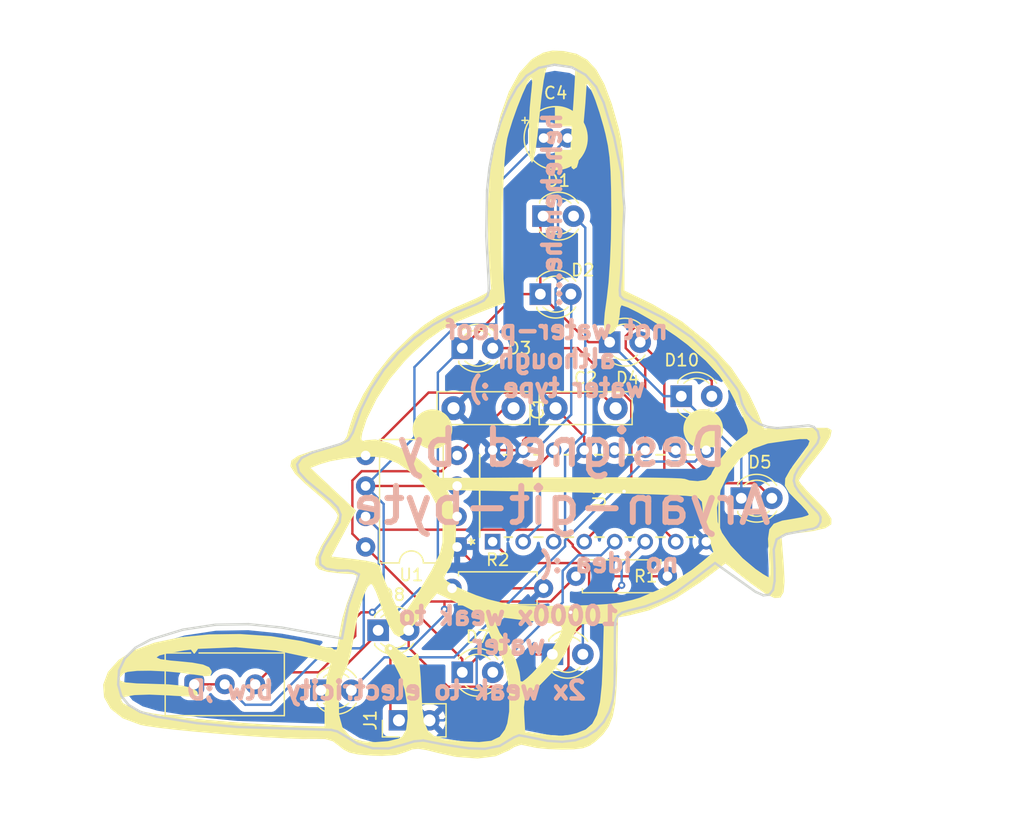
<source format=kicad_pcb>
(kicad_pcb (version 20241229) (generator "pcbnew") (generator_version "9.0")
  (layers (0 "F.Cu" signal) (2 "B.Cu" signal) (13 "F.Paste" user) (15 "B.Paste" user) (5 "F.SilkS" user "F.Silkscreen") (7 "B.SilkS" user "B.Silkscreen") (1 "F.Mask" user) (3 "B.Mask" user) (25 "Edge.Cuts" user))
  (net 0 "")
  (net 1 "GND")
  (net 2 "+5V")
  (net 3 "Net-(U1-CONT)")
  (net 4 "TR")
  (net 5 "Net-(D1-K)")
  (net 6 "Net-(D1-A)")
  (net 7 "Net-(D2-A)")
  (net 8 "Net-(D3-A)")
  (net 9 "Net-(D4-A)")
  (net 10 "Net-(D5-A)")
  (net 11 "Net-(D6-A)")
  (net 12 "Net-(D7-A)")
  (net 13 "Net-(D8-A)")
  (net 14 "Net-(D9-A)")
  (net 15 "Net-(D10-A)")
  (net 16 "Net-(U1-DISCH)")
  (net 17 "OUT")
  (footprint "Capacitor_THT:C_Disc_D7.5mm_W2.5mm_P5.00mm" (layer "F.Cu") (at 164.5 82.5)
    (property "Reference" "C2" (at 2.5 -2.5 0) (layer "F.SilkS"))
    (property "Value" "0.01 uF")
    (pad "1" thru_hole circle (at 0 0) (size 2 2) (drill 1) (layers "*.Cu" "*.Mask") (net 1 "GND"))
    (pad "2" thru_hole circle (at 5 0) (size 2 2) (drill 1) (layers "*.Cu" "*.Mask") (net 3 "Net-(U1-CONT)"))
  )
  (footprint "LOGO" (layer "F.Cu") (at 157 82.5)
    (property "Reference" "G***" (hide yes))
    (property "Value" "LOGO" (hide yes))
  )
  (footprint "LED_THT:LED_D3.0mm" (layer "F.Cu") (at 163.23 73)
    (property "Reference" "D2" (at 3.54 -2 0) (layer "F.SilkS"))
    (property "Value" "LED")
    (pad "1" thru_hole rect (at 0 0) (size 1.8 1.8) (drill 0.9) (layers "*.Cu" "*.Mask") (net 5 "Net-(D1-K)"))
    (pad "2" thru_hole circle (at 2.54 0) (size 1.8 1.8) (drill 0.9) (layers "*.Cu" "*.Mask") (net 7 "Net-(D2-A)"))
  )
  (footprint "Capacitor_THT:C_Disc_D7.5mm_W2.5mm_P5.00mm" (layer "F.Cu") (at 161 82.5 180)
    (property "Reference" "C1" (at -2 0 90) (layer "F.SilkS"))
    (property "Value" "100 nF")
    (pad "1" thru_hole circle (at 0 0 180) (size 2 2) (drill 1) (layers "*.Cu" "*.Mask") (net 2 "+5V"))
    (pad "2" thru_hole circle (at 5 0 180) (size 2 2) (drill 1) (layers "*.Cu" "*.Mask") (net 1 "GND"))
  )
  (footprint "footprints:N16" (layer "F.Cu") (at 159.26 93.62 90)
    (property "Reference" "U2" (at 3.81 8.89 90) (layer "F.SilkS"))
    (property "Value" "4017")
    (fp_text user "*" (at 0 -1.4097 90) (layer "F.SilkS"))
    (fp_text user "*" (at 0 -1.4097 90) (layer "F.SilkS"))
    (pad "1" thru_hole rect (at 0 0 90) (size 1.2954 1.2954) (drill 0.7874) (layers "*.Cu" "*.Mask") (net 11 "Net-(D6-A)"))
    (pad "2" thru_hole circle (at 0 2.54 90) (size 1.2954 1.2954) (drill 0.7874) (layers "*.Cu" "*.Mask") (net 7 "Net-(D2-A)"))
    (pad "3" thru_hole circle (at 0 5.08 90) (size 1.2954 1.2954) (drill 0.7874) (layers "*.Cu" "*.Mask") (net 6 "Net-(D1-A)"))
    (pad "4" thru_hole circle (at 0 7.62 90) (size 1.2954 1.2954) (drill 0.7874) (layers "*.Cu" "*.Mask") (net 8 "Net-(D3-A)"))
    (pad "5" thru_hole circle (at 0 10.16 90) (size 1.2954 1.2954) (drill 0.7874) (layers "*.Cu" "*.Mask") (net 12 "Net-(D7-A)"))
    (pad "6" thru_hole circle (at 0 12.7 90) (size 1.2954 1.2954) (drill 0.7874) (layers "*.Cu" "*.Mask") (net 13 "Net-(D8-A)"))
    (pad "7" thru_hole circle (at 0 15.24 90) (size 1.2954 1.2954) (drill 0.7874) (layers "*.Cu" "*.Mask") (net 9 "Net-(D4-A)"))
    (pad "8" thru_hole circle (at 0 17.78 90) (size 1.2954 1.2954) (drill 0.7874) (layers "*.Cu" "*.Mask") (net 1 "GND"))
    (pad "9" thru_hole circle (at 7.62 17.78 90) (size 1.2954 1.2954) (drill 0.7874) (layers "*.Cu" "*.Mask") (net 14 "Net-(D9-A)"))
    (pad "10" thru_hole circle (at 7.62 15.24 90) (size 1.2954 1.2954) (drill 0.7874) (layers "*.Cu" "*.Mask") (net 10 "Net-(D5-A)"))
    (pad "11" thru_hole circle (at 7.62 12.7 90) (size 1.2954 1.2954) (drill 0.7874) (layers "*.Cu" "*.Mask") (net 15 "Net-(D10-A)"))
    (pad "12" thru_hole circle (at 7.62 10.16 90) (size 1.2954 1.2954) (drill 0.7874) (layers "*.Cu" "*.Mask"))
    (pad "13" thru_hole circle (at 7.62 7.62 90) (size 1.2954 1.2954) (drill 0.7874) (layers "*.Cu" "*.Mask") (net 1 "GND"))
    (pad "14" thru_hole circle (at 7.62 5.08 90) (size 1.2954 1.2954) (drill 0.7874) (layers "*.Cu" "*.Mask") (net 17 "OUT"))
    (pad "15" thru_hole circle (at 7.62 2.54 90) (size 1.2954 1.2954) (drill 0.7874) (layers "*.Cu" "*.Mask") (net 1 "GND"))
    (pad "16" thru_hole circle (at 7.62 0 90) (size 1.2954 1.2954) (drill 0.7874) (layers "*.Cu" "*.Mask") (net 1 "GND"))
  )
  (footprint "LED_THT:LED_D3.0mm" (layer "F.Cu") (at 144.96 106)
    (property "Reference" "D9" (at 1.27 -2.96 0) (layer "F.SilkS"))
    (property "Value" "LED")
    (pad "1" thru_hole rect (at 0 0) (size 1.8 1.8) (drill 0.9) (layers "*.Cu" "*.Mask") (net 5 "Net-(D1-K)"))
    (pad "2" thru_hole circle (at 2.54 0) (size 1.8 1.8) (drill 0.9) (layers "*.Cu" "*.Mask") (net 14 "Net-(D9-A)"))
  )
  (footprint "LED_THT:LED_D3.0mm" (layer "F.Cu") (at 163.46 66.5)
    (property "Reference" "D1" (at 1.27 -2.96 0) (layer "F.SilkS"))
    (property "Value" "LED")
    (pad "1" thru_hole rect (at 0 0) (size 1.8 1.8) (drill 0.9) (layers "*.Cu" "*.Mask") (net 5 "Net-(D1-K)"))
    (pad "2" thru_hole circle (at 2.54 0) (size 1.8 1.8) (drill 0.9) (layers "*.Cu" "*.Mask") (net 6 "Net-(D1-A)"))
  )
  (footprint "Resistor_THT:R_Axial_DIN0207_L6.3mm_D2.5mm_P7.62mm_Horizontal" (layer "F.Cu") (at 173.81 96.5 180)
    (property "Reference" "R1" (at 1.81 0 0) (layer "F.SilkS"))
    (property "Value" "1k")
    (pad "1" thru_hole circle (at 0 0 180) (size 1.6 1.6) (drill 0.8) (layers "*.Cu" "*.Mask") (net 16 "Net-(U1-DISCH)"))
    (pad "2" thru_hole circle (at 7.62 0 180) (size 1.6 1.6) (drill 0.8) (layers "*.Cu" "*.Mask") (net 2 "+5V"))
  )
  (footprint "LED_THT:LED_D3.0mm" (layer "F.Cu") (at 164.23 103)
    (property "Reference" "D6" (at 1.27 -2.96 0) (layer "F.SilkS"))
    (property "Value" "LED")
    (pad "1" thru_hole rect (at 0 0) (size 1.8 1.8) (drill 0.9) (layers "*.Cu" "*.Mask") (net 5 "Net-(D1-K)"))
    (pad "2" thru_hole circle (at 2.54 0) (size 1.8 1.8) (drill 0.9) (layers "*.Cu" "*.Mask") (net 11 "Net-(D6-A)"))
  )
  (footprint "LED_THT:LED_D3.0mm" (layer "F.Cu") (at 179.96 90)
    (property "Reference" "D5" (at 1.54 -3 0) (layer "F.SilkS"))
    (property "Value" "LED")
    (pad "1" thru_hole rect (at 0 0) (size 1.8 1.8) (drill 0.9) (layers "*.Cu" "*.Mask") (net 5 "Net-(D1-K)"))
    (pad "2" thru_hole circle (at 2.54 0) (size 1.8 1.8) (drill 0.9) (layers "*.Cu" "*.Mask") (net 10 "Net-(D5-A)"))
  )
  (footprint "Potentiometer_THT:Potentiometer_Vishay_T93YA_Vertical" (layer "F.Cu") (at 134.42 105.5)
    (property "Reference" "RV1" (hide yes))
    (property "Value" "R_Potentiometer" (hide yes))
    (pad "1" thru_hole roundrect (at 0 0) (size 1.65 1.65) (drill 0.85) (layers "*.Cu" "*.Mask") (net 16 "Net-(U1-DISCH)"))
    (pad "2" thru_hole circle (at 2.54 0) (size 1.65 1.65) (drill 0.85) (layers "*.Cu" "*.Mask") (net 16 "Net-(U1-DISCH)"))
    (pad "3" thru_hole circle (at 5.08 0) (size 1.65 1.65) (drill 0.85) (layers "*.Cu" "*.Mask") (net 4 "TR"))
  )
  (footprint "LED_THT:LED_D3.0mm" (layer "F.Cu") (at 174.96 81.5)
    (property "Reference" "D10" (at 0.04 -3 0) (layer "F.SilkS"))
    (property "Value" "LED" (hide yes))
    (pad "1" thru_hole rect (at 0 0) (size 1.8 1.8) (drill 0.9) (layers "*.Cu" "*.Mask") (net 5 "Net-(D1-K)"))
    (pad "2" thru_hole circle (at 2.54 0) (size 1.8 1.8) (drill 0.9) (layers "*.Cu" "*.Mask") (net 15 "Net-(D10-A)"))
  )
  (footprint "Connector_PinHeader_2.54mm:PinHeader_1x02_P2.54mm_Vertical" (layer "F.Cu") (at 151.46 108.5 90)
    (property "Reference" "J1" (at 0 -2.38 90) (layer "F.SilkS"))
    (property "Value" "Conn_01x02" (hide yes))
    (pad "1" thru_hole rect (at 0 0 90) (size 1.7 1.7) (drill 1) (layers "*.Cu" "*.Mask") (net 2 "+5V"))
    (pad "2" thru_hole circle (at 0 2.54 90) (size 1.7 1.7) (drill 1) (layers "*.Cu" "*.Mask") (net 1 "GND"))
  )
  (footprint "LED_THT:LED_D3.0mm" (layer "F.Cu") (at 156.73 77.5)
    (property "Reference" "D3" (at 4.77 0 0) (layer "F.SilkS"))
    (property "Value" "LED" (hide yes))
    (pad "1" thru_hole rect (at 0 0) (size 1.8 1.8) (drill 0.9) (layers "*.Cu" "*.Mask") (net 5 "Net-(D1-K)"))
    (pad "2" thru_hole circle (at 2.54 0) (size 1.8 1.8) (drill 0.9) (layers "*.Cu" "*.Mask") (net 8 "Net-(D3-A)"))
  )
  (footprint "Resistor_THT:R_Axial_DIN0207_L6.3mm_D2.5mm_P7.62mm_Horizontal" (layer "F.Cu") (at 155.88 97.5)
    (property "Reference" "R2" (at 3.81 -2.37 0) (layer "F.SilkS"))
    (property "Value" "470 ohms")
    (pad "1" thru_hole circle (at 0 0) (size 1.6 1.6) (drill 0.8) (layers "*.Cu" "*.Mask") (net 5 "Net-(D1-K)"))
    (pad "2" thru_hole circle (at 7.62 0) (size 1.6 1.6) (drill 0.8) (layers "*.Cu" "*.Mask") (net 1 "GND"))
  )
  (footprint "LED_THT:LED_D3.0mm" (layer "F.Cu") (at 169 77)
    (property "Reference" "D4" (at 1.5 3 0) (layer "F.SilkS"))
    (property "Value" "LED" (hide yes))
    (pad "1" thru_hole rect (at 0 0) (size 1.8 1.8) (drill 0.9) (layers "*.Cu" "*.Mask") (net 5 "Net-(D1-K)"))
    (pad "2" thru_hole circle (at 2.54 0) (size 1.8 1.8) (drill 0.9) (layers "*.Cu" "*.Mask") (net 9 "Net-(D4-A)"))
  )
  (footprint "LED_THT:LED_D3.0mm" (layer "F.Cu") (at 149.73 101)
    (property "Reference" "D8" (at 1.27 -2.96 0) (layer "F.SilkS"))
    (property "Value" "LED" (hide yes))
    (pad "1" thru_hole rect (at 0 0) (size 1.8 1.8) (drill 0.9) (layers "*.Cu" "*.Mask") (net 5 "Net-(D1-K)"))
    (pad "2" thru_hole circle (at 2.54 0) (size 1.8 1.8) (drill 0.9) (layers "*.Cu" "*.Mask") (net 13 "Net-(D8-A)"))
  )
  (footprint "LED_THT:LED_D3.0mm" (layer "F.Cu") (at 156.73 104.5)
    (property "Reference" "D7" (at 1.27 -2.96 0) (layer "F.SilkS"))
    (property "Value" "LED")
    (pad "1" thru_hole rect (at 0 0) (size 1.8 1.8) (drill 0.9) (layers "*.Cu" "*.Mask") (net 5 "Net-(D1-K)"))
    (pad "2" thru_hole circle (at 2.54 0) (size 1.8 1.8) (drill 0.9) (layers "*.Cu" "*.Mask") (net 12 "Net-(D7-A)"))
  )
  (footprint "Package_DIP:DIP-8_W7.62mm" (layer "F.Cu") (at 156.305 94.06 180)
    (property "Reference" "U1" (at 3.81 -2.33 0) (layer "F.SilkS"))
    (property "Value" "NE555P")
    (pad "1" thru_hole roundrect (at 0 0 180) (size 1.6 1.6) (drill 0.8) (layers "*.Cu" "*.Mask") (roundrect_rratio 0.15625) (net 1 "GND"))
    (pad "2" thru_hole circle (at 0 2.54 180) (size 1.6 1.6) (drill 0.8) (layers "*.Cu" "*.Mask") (net 4 "TR"))
    (pad "3" thru_hole circle (at 0 5.08 180) (size 1.6 1.6) (drill 0.8) (layers "*.Cu" "*.Mask") (net 17 "OUT"))
    (pad "4" thru_hole circle (at 0 7.62 180) (size 1.6 1.6) (drill 0.8) (layers "*.Cu" "*.Mask") (net 2 "+5V"))
    (pad "5" thru_hole circle (at 7.62 7.62 180) (size 1.6 1.6) (drill 0.8) (layers "*.Cu" "*.Mask") (net 3 "Net-(U1-CONT)"))
    (pad "6" thru_hole circle (at 7.62 5.08 180) (size 1.6 1.6) (drill 0.8) (layers "*.Cu" "*.Mask") (net 4 "TR"))
    (pad "7" thru_hole circle (at 7.62 2.54 180) (size 1.6 1.6) (drill 0.8) (layers "*.Cu" "*.Mask") (net 16 "Net-(U1-DISCH)"))
    (pad "8" thru_hole circle (at 7.62 0 180) (size 1.6 1.6) (drill 0.8) (layers "*.Cu" "*.Mask") (net 2 "+5V"))
  )
  (footprint "Capacitor_THT:CP_Radial_D5.0mm_P2.00mm" (layer "F.Cu") (at 163.5 60)
    (property "Reference" "C4" (at 1 -3.75 0) (layer "F.SilkS"))
    (property "Value" "1 uF")
    (pad "1" thru_hole roundrect (at 0 0) (size 1.6 1.6) (drill 0.8) (layers "*.Cu" "*.Mask") (roundrect_rratio 0.15625) (net 4 "TR"))
    (pad "2" thru_hole circle (at 2 0) (size 1.6 1.6) (drill 0.8) (layers "*.Cu" "*.Mask") (net 1 "GND"))
  )
  (gr_circle (center 154.25 84.25) (end 155.25 85.5) (stroke (width 0.1)) (fill yes) (layer "F.SilkS"))
  (gr_circle (center 176.789831 84.228309) (end 177.789831 85.478309) (stroke (width 0.1)) (fill yes) (layer "F.SilkS"))
  (gr_line (start 159.883418 58.76103) (end 160.623571 56.939346) (stroke (width 0.2)) (layer "Edge.Cuts"))
  (gr_line (start 129.535922 102.443271) (end 130.808583 101.764409) (stroke (width 0.2)) (layer "Edge.Cuts"))
  (gr_line (start 149.275446 110.827881) (end 148.000197 110.447953) (stroke (width 0.2)) (layer "Edge.Cuts"))
  (gr_line (start 186.559936 91.582479) (end 186.545195 91.962602) (stroke (width 0.2)) (layer "Edge.Cuts"))
  (gr_line (start 168.501514 108.642432) (end 167.864238 109.332408) (stroke (width 0.2)) (layer "Edge.Cuts"))
  (gr_line (start 184.40187 88.098716) (end 184.330288 88.539754) (stroke (width 0.2)) (layer "Edge.Cuts"))
  (gr_line (start 166.132812 110.160043) (end 165.053552 110.285495) (stroke (width 0.2)) (layer "Edge.Cuts"))
  (gr_line (start 185.907279 90.747036) (end 186.409149 91.271542) (stroke (width 0.2)) (layer "Edge.Cuts"))
  (gr_line (start 157.909871 73.843458) (end 158.528515 73.52977) (stroke (width 0.2)) (layer "Edge.Cuts"))
  (gr_line (start 156.039793 74.607319) (end 157.909871 73.843458) (stroke (width 0.2)) (layer "Edge.Cuts"))
  (gr_line (start 169.373738 59.929678) (end 169.969186 62.847911) (stroke (width 0.2)) (layer "Edge.Cuts"))
  (gr_line (start 138.002992 109.054709) (end 134.62353 108.733837) (stroke (width 0.2)) (layer "Edge.Cuts"))
  (gr_line (start 131.262684 108.192635) (end 129.918801 107.796935) (stroke (width 0.2)) (layer "Edge.Cuts"))
  (gr_line (start 169.839114 72.649932) (end 169.871252 73.129801) (stroke (width 0.2)) (layer "Edge.Cuts"))
  (gr_line (start 148.311232 82.611666) (end 149.171664 80.865103) (stroke (width 0.2)) (layer "Edge.Cuts"))
  (gr_line (start 128.080232 105.521952) (end 128.159346 104.355373) (stroke (width 0.2)) (layer "Edge.Cuts"))
  (gr_line (start 141.715547 100.775764) (end 146.723623 101.678336) (stroke (width 0.2)) (layer "Edge.Cuts"))
  (gr_line (start 129.918801 107.796935) (end 128.955925 107.223571) (stroke (width 0.2)) (layer "Edge.Cuts"))
  (gr_line (start 159.350291 60.60632) (end 159.883418 58.76103) (stroke (width 0.2)) (layer "Edge.Cuts"))
  (gr_line (start 161.459434 109.746689) (end 161.03982 109.90888) (stroke (width 0.2)) (layer "Edge.Cuts"))
  (gr_line (start 186.442272 84.954778) (end 186.297164 85.400326) (stroke (width 0.2)) (layer "Edge.Cuts"))
  (gr_line (start 169.871252 73.129801) (end 170.141388 73.407914) (stroke (width 0.2)) (layer "Edge.Cuts"))
  (gr_line (start 170.055209 99.511626) (end 169.691059 99.783676) (stroke (width 0.2)) (layer "Edge.Cuts"))
  (gr_line (start 157.280706 110.82816) (end 155.904541 110.627508) (stroke (width 0.2)) (layer "Edge.Cuts"))
  (gr_line (start 185.563601 83.932058) (end 185.99287 84.062757) (stroke (width 0.2)) (layer "Edge.Cuts"))
  (gr_line (start 179.764162 81.167974) (end 180.025216 82.12547) (stroke (width 0.2)) (layer "Edge.Cuts"))
  (gr_line (start 186.018386 92.521573) (end 185.243908 92.672704) (stroke (width 0.2)) (layer "Edge.Cuts"))
  (gr_line (start 128.159346 104.355373) (end 128.648709 103.318036) (stroke (width 0.2)) (layer "Edge.Cuts"))
  (gr_line (start 161.904341 109.821809) (end 161.459434 109.746689) (stroke (width 0.2)) (layer "Edge.Cuts"))
  (gr_line (start 183.68154 92.989261) (end 182.89945 93.423857) (stroke (width 0.2)) (layer "Edge.Cuts"))
  (gr_line (start 149.171664 80.865103) (end 150.20635 79.284934) (stroke (width 0.2)) (layer "Edge.Cuts"))
  (gr_line (start 170.141388 73.407914) (end 170.937132 73.712251) (stroke (width 0.2)) (layer "Edge.Cuts"))
  (gr_line (start 144.797154 109.265662) (end 138.002992 109.054709) (stroke (width 0.2)) (layer "Edge.Cuts"))
  (gr_line (start 163.841854 110.210564) (end 161.904341 109.821809) (stroke (width 0.2)) (layer "Edge.Cuts"))
  (gr_line (start 182.730983 95.834764) (end 182.73483 96.892466) (stroke (width 0.2)) (layer "Edge.Cuts"))
  (gr_line (start 184.655919 84.028434) (end 185.563601 83.932058) (stroke (width 0.2)) (layer "Edge.Cuts"))
  (gr_line (start 177.770573 95.398103) (end 175.792639 96.91277) (stroke (width 0.2)) (layer "Edge.Cuts"))
  (gr_line (start 185.691248 86.181377) (end 184.654364 87.594477) (stroke (width 0.2)) (layer "Edge.Cuts"))
  (gr_line (start 147.627445 84.52567) (end 148.311232 82.611666) (stroke (width 0.2)) (layer "Edge.Cuts"))
  (gr_line (start 170.003621 70.739892) (end 169.839114 72.649932) (stroke (width 0.2)) (layer "Edge.Cuts"))
  (gr_line (start 184.330288 88.539754) (end 184.442328 88.97135) (stroke (width 0.2)) (layer "Edge.Cuts"))
  (gr_line (start 174.607498 97.776439) (end 173.343967 98.4696) (stroke (width 0.2)) (layer "Edge.Cuts"))
  (gr_line (start 169.487929 100.197998) (end 169.441698 100.785522) (stroke (width 0.2)) (layer "Edge.Cuts"))
  (gr_line (start 186.328332 84.440016) (end 186.442272 84.954778) (stroke (width 0.2)) (layer "Edge.Cuts"))
  (gr_line (start 152.788915 76.619604) (end 154.332011 75.532353) (stroke (width 0.2)) (layer "Edge.Cuts"))
  (gr_line (start 169.281969 106.74068) (end 168.976573 107.776488) (stroke (width 0.2)) (layer "Edge.Cuts"))
  (gr_line (start 167.072189 109.840313) (end 166.132812 110.160043) (stroke (width 0.2)) (layer "Edge.Cuts"))
  (gr_line (start 136.194437 100.534757) (end 138.941312 100.490567) (stroke (width 0.2)) (layer "Edge.Cuts"))
  (gr_line (start 128.955925 107.223571) (end 128.350816 106.467068) (stroke (width 0.2)) (layer "Edge.Cuts"))
  (gr_line (start 180.404623 82.875932) (end 180.893266 83.437172) (stroke (width 0.2)) (layer "Edge.Cuts"))
  (gr_line (start 146.606595 91.368124) (end 146.361752 90.779839) (stroke (width 0.2)) (layer "Edge.Cuts"))
  (gr_line (start 145.823268 109.29588) (end 144.797154 109.265662) (stroke (width 0.2)) (layer "Edge.Cuts"))
  (gr_line (start 144.921141 95.509869) (end 144.875309 94.905474) (stroke (width 0.2)) (layer "Edge.Cuts"))
  (gr_line (start 158.603603 110.876251) (end 157.280706 110.82816) (stroke (width 0.2)) (layer "Edge.Cuts"))
  (gr_line (start 162.080846 54.809133) (end 163.110437 54.147141) (stroke (width 0.2)) (layer "Edge.Cuts"))
  (gr_line (start 165.837984 54.097446) (end 166.99035 54.72919) (stroke (width 0.2)) (layer "Edge.Cuts"))
  (gr_line (start 145.820365 90.22091) (end 143.782105 88.540968) (stroke (width 0.2)) (layer "Edge.Cuts"))
  (gr_line (start 146.802327 109.704786) (end 146.320527 109.422048) (stroke (width 0.2)) (layer "Edge.Cuts"))
  (gr_line (start 173.343967 98.4696) (end 172.002738 98.993882) (stroke (width 0.2)) (layer "Edge.Cuts"))
  (gr_line (start 158.528515 73.52977) (end 158.844732 73.13231) (stroke (width 0.2)) (layer "Edge.Cuts"))
  (gr_line (start 143.782105 88.540968) (end 143.128085 87.814006) (stroke (width 0.2)) (layer "Edge.Cuts"))
  (gr_line (start 146.528005 91.996709) (end 146.606595 91.368124) (stroke (width 0.2)) (layer "Edge.Cuts"))
  (gr_line (start 172.002738 98.993882) (end 170.584501 99.350917) (stroke (width 0.2)) (layer "Edge.Cuts"))
  (gr_line (start 128.350816 106.467068) (end 128.080232 105.521952) (stroke (width 0.2)) (layer "Edge.Cuts"))
  (gr_line (start 181.132366 97.788967) (end 177.770573 95.398103) (stroke (width 0.2)) (layer "Edge.Cuts"))
  (gr_line (start 158.793079 64.354111) (end 158.996181 62.471814) (stroke (width 0.2)) (layer "Edge.Cuts"))
  (gr_line (start 144.875309 94.905474) (end 145.248826 94.011541) (stroke (width 0.2)) (layer "Edge.Cuts"))
  (gr_line (start 147.661082 96.098796) (end 147.206729 96.021985) (stroke (width 0.2)) (layer "Edge.Cuts"))
  (gr_line (start 144.237875 86.199887) (end 146.63975 85.473629) (stroke (width 0.2)) (layer "Edge.Cuts"))
  (gr_line (start 182.89945 93.423857) (end 182.661357 94.273393) (stroke (width 0.2)) (layer "Edge.Cuts"))
  (gr_line (start 147.24377 98.914797) (end 148.133738 96.33456) (stroke (width 0.2)) (layer "Edge.Cuts"))
  (gr_line (start 180.893266 83.437172) (end 181.482028 83.827) (stroke (width 0.2)) (layer "Edge.Cuts"))
  (gr_line (start 158.996181 62.471814) (end 159.350291 60.60632) (stroke (width 0.2)) (layer "Edge.Cuts"))
  (gr_line (start 146.348707 96.026205) (end 145.405786 95.868766) (stroke (width 0.2)) (layer "Edge.Cuts"))
  (gr_line (start 186.409149 91.271542) (end 186.559936 91.582479) (stroke (width 0.2)) (layer "Edge.Cuts"))
  (gr_line (start 170.085978 68.83213) (end 170.003621 70.739892) (stroke (width 0.2)) (layer "Edge.Cuts"))
  (gr_line (start 169.969186 62.847911) (end 170.227591 65.812399) (stroke (width 0.2)) (layer "Edge.Cuts"))
  (gr_line (start 186.297164 85.400326) (end 185.691248 86.181377) (stroke (width 0.2)) (layer "Edge.Cuts"))
  (gr_line (start 182.923439 84.163671) (end 184.655919 84.028434) (stroke (width 0.2)) (layer "Edge.Cuts"))
  (gr_line (start 180.025216 82.12547) (end 180.404623 82.875932) (stroke (width 0.2)) (layer "Edge.Cuts"))
  (gr_line (start 169.691059 99.783676) (end 169.487929 100.197998) (stroke (width 0.2)) (layer "Edge.Cuts"))
  (gr_line (start 158.844732 73.13231) (end 158.948696 72.625383) (stroke (width 0.2)) (layer "Edge.Cuts"))
  (gr_line (start 142.984298 87.184644) (end 143.353358 86.648174) (stroke (width 0.2)) (layer "Edge.Cuts"))
  (gr_line (start 150.20635 79.284934) (end 151.412897 77.870116) (stroke (width 0.2)) (layer "Edge.Cuts"))
  (gr_line (start 134.62353 108.733837) (end 131.262684 108.192635) (stroke (width 0.2)) (layer "Edge.Cuts"))
  (gr_line (start 128.648709 103.318036) (end 129.535922 102.443271) (stroke (width 0.2)) (layer "Edge.Cuts"))
  (gr_line (start 170.584501 99.350917) (end 170.055209 99.511626) (stroke (width 0.2)) (layer "Edge.Cuts"))
  (gr_line (start 185.99287 84.062757) (end 186.328332 84.440016) (stroke (width 0.2)) (layer "Edge.Cuts"))
  (gr_line (start 165.053552 110.285495) (end 163.841854 110.210564) (stroke (width 0.2)) (layer "Edge.Cuts"))
  (gr_line (start 181.482028 83.827) (end 182.161791 84.06323) (stroke (width 0.2)) (layer "Edge.Cuts"))
  (gr_line (start 143.128085 87.814006) (end 142.984298 87.184644) (stroke (width 0.2)) (layer "Edge.Cuts"))
  (gr_line (start 182.599469 97.630959) (end 182.286324 98.033223) (stroke (width 0.2)) (layer "Edge.Cuts"))
  (gr_line (start 146.320527 109.422048) (end 145.823268 109.29588) (stroke (width 0.2)) (layer "Edge.Cuts"))
  (gr_line (start 159.860788 110.620314) (end 158.603603 110.876251) (stroke (width 0.2)) (layer "Edge.Cuts"))
  (gr_line (start 155.904541 110.627508) (end 155.011259 110.479427) (stroke (width 0.2)) (layer "Edge.Cuts"))
  (gr_line (start 138.941312 100.490567) (end 141.715547 100.775764) (stroke (width 0.2)) (layer "Edge.Cuts"))
  (gr_line (start 179.560472 80.830255) (end 179.764162 81.167974) (stroke (width 0.2)) (layer "Edge.Cuts"))
  (gr_line (start 167.876412 55.730983) (end 168.504225 57.04871) (stroke (width 0.2)) (layer "Edge.Cuts"))
  (gr_line (start 145.248826 94.011541) (end 146.099092 92.676535) (stroke (width 0.2)) (layer "Edge.Cuts"))
  (gr_line (start 133.481377 100.946611) (end 136.194437 100.534757) (stroke (width 0.2)) (layer "Edge.Cuts"))
  (gr_line (start 150.588643 110.845296) (end 149.275446 110.827881) (stroke (width 0.2)) (layer "Edge.Cuts"))
  (gr_line (start 145.405786 95.868766) (end 144.921141 95.509869) (stroke (width 0.2)) (layer "Edge.Cuts"))
  (gr_line (start 170.937132 73.712251) (end 173.5 75) (stroke (width 0.2)) (layer "Edge.Cuts"))
  (gr_line (start 147.261937 85.145531) (end 147.627445 84.52567) (stroke (width 0.2)) (layer "Edge.Cuts"))
  (gr_line (start 169.441698 100.785522) (end 169.410257 105.541112) (stroke (width 0.2)) (layer "Edge.Cuts"))
  (gr_line (start 168.504225 57.04871) (end 169.373738 59.929678) (stroke (width 0.2)) (layer "Edge.Cuts"))
  (gr_line (start 161.269539 55.773861) (end 162.080846 54.809133) (stroke (width 0.2)) (layer "Edge.Cuts"))
  (gr_line (start 181.796817 98.089234) (end 181.132366 97.788967) (stroke (width 0.2)) (layer "Edge.Cuts"))
  (gr_line (start 154.332011 75.532353) (end 156.039793 74.607319) (stroke (width 0.2)) (layer "Edge.Cuts"))
  (gr_line (start 148.133738 96.33456) (end 147.661082 96.098796) (stroke (width 0.2)) (layer "Edge.Cuts"))
  (gr_line (start 155.011259 110.479427) (end 153.494833 110.181162) (stroke (width 0.2)) (layer "Edge.Cuts"))
  (gr_line (start 182.286324 98.033223) (end 181.796817 98.089234) (stroke (width 0.2)) (layer "Edge.Cuts"))
  (gr_line (start 173.5 75) (end 175.805137 76.598457) (stroke (width 0.2)) (layer "Edge.Cuts"))
  (gr_line (start 158.948696 72.625383) (end 158.930576 71.983295) (stroke (width 0.2)) (layer "Edge.Cuts"))
  (gr_line (start 130.808583 101.764409) (end 133.481377 100.946611) (stroke (width 0.2)) (layer "Edge.Cuts"))
  (gr_line (start 182.73483 96.892466) (end 182.599469 97.630959) (stroke (width 0.2)) (layer "Edge.Cuts"))
  (gr_line (start 182.661357 94.273393) (end 182.730983 95.834764) (stroke (width 0.2)) (layer "Edge.Cuts"))
  (gr_line (start 143.353358 86.648174) (end 144.237875 86.199887) (stroke (width 0.2)) (layer "Edge.Cuts"))
  (gr_line (start 167.864238 109.332408) (end 167.072189 109.840313) (stroke (width 0.2)) (layer "Edge.Cuts"))
  (gr_line (start 168.976573 107.776488) (end 168.501514 108.642432) (stroke (width 0.2)) (layer "Edge.Cuts"))
  (gr_line (start 182.161791 84.06323) (end 182.923439 84.163671) (stroke (width 0.2)) (layer "Edge.Cuts"))
  (gr_line (start 160.623571 56.939346) (end 161.269539 55.773861) (stroke (width 0.2)) (layer "Edge.Cuts"))
  (gr_line (start 152.723732 110.251151) (end 151.900356 110.500921) (stroke (width 0.2)) (layer "Edge.Cuts"))
  (gr_line (start 146.361752 90.779839) (end 145.820365 90.22091) (stroke (width 0.2)) (layer "Edge.Cuts"))
  (gr_line (start 177.832106 78.533311) (end 179.560472 80.830255) (stroke (width 0.2)) (layer "Edge.Cuts"))
  (gr_line (start 151.412897 77.870116) (end 152.788915 76.619604) (stroke (width 0.2)) (layer "Edge.Cuts"))
  (gr_line (start 166.99035 54.72919) (end 167.876412 55.730983) (stroke (width 0.2)) (layer "Edge.Cuts"))
  (gr_line (start 184.442328 88.97135) (end 184.7407 89.447258) (stroke (width 0.2)) (layer "Edge.Cuts"))
  (gr_line (start 148.000197 110.447953) (end 146.802327 109.704786) (stroke (width 0.2)) (layer "Edge.Cuts"))
  (gr_line (start 151.900356 110.500921) (end 150.588643 110.845296) (stroke (width 0.2)) (layer "Edge.Cuts"))
  (gr_line (start 169.410257 105.541112) (end 169.281969 106.74068) (stroke (width 0.2)) (layer "Edge.Cuts"))
  (gr_line (start 175.792639 96.91277) (end 174.607498 97.776439) (stroke (width 0.2)) (layer "Edge.Cuts"))
  (gr_line (start 146.63975 85.473629) (end 147.261937 85.145531) (stroke (width 0.2)) (layer "Edge.Cuts"))
  (gr_line (start 170.227591 65.812399) (end 170.085978 68.83213) (stroke (width 0.2)) (layer "Edge.Cuts"))
  (gr_line (start 161.03982 109.90888) (end 159.860788 110.620314) (stroke (width 0.2)) (layer "Edge.Cuts"))
  (gr_line (start 184.654364 87.594477) (end 184.40187 88.098716) (stroke (width 0.2)) (layer "Edge.Cuts"))
  (gr_line (start 186.336916 92.328287) (end 186.018386 92.521573) (stroke (width 0.2)) (layer "Edge.Cuts"))
  (gr_line (start 175.805137 76.598457) (end 177.832106 78.533311) (stroke (width 0.2)) (layer "Edge.Cuts"))
  (gr_line (start 153.494833 110.181162) (end 152.723732 110.251151) (stroke (width 0.2)) (layer "Edge.Cuts"))
  (gr_line (start 186.545195 91.962602) (end 186.336916 92.328287) (stroke (width 0.2)) (layer "Edge.Cuts"))
  (gr_line (start 158.727865 68.155507) (end 158.793079 64.354111) (stroke (width 0.2)) (layer "Edge.Cuts"))
  (gr_line (start 184.7407 89.447258) (end 185.907279 90.747036) (stroke (width 0.2)) (layer "Edge.Cuts"))
  (gr_line (start 158.930576 71.983295) (end 158.727865 68.155507) (stroke (width 0.2)) (layer "Edge.Cuts"))
  (gr_line (start 146.723623 101.678336) (end 147.24377 98.914797) (stroke (width 0.2)) (layer "Edge.Cuts"))
  (gr_line (start 146.099092 92.676535) (end 146.528005 91.996709) (stroke (width 0.2)) (layer "Edge.Cuts"))
  (gr_line (start 163.110437 54.147141) (end 164.411259 53.889866) (stroke (width 0.2)) (layer "Edge.Cuts"))
  (gr_line (start 147.206729 96.021985) (end 146.348707 96.026205) (stroke (width 0.2)) (layer "Edge.Cuts"))
  (gr_line (start 164.411259 53.889866) (end 165.837984 54.097446) (stroke (width 0.2)) (layer "Edge.Cuts"))
  (gr_line (start 185.243908 92.672704) (end 183.68154 92.989261) (stroke (width 0.2)) (layer "Edge.Cuts"))
  (gr_text "no idea :(" (at 169 95.4 0) (layer "B.SilkS") (effects (font (size 1.5 1.5) (thickness 0.375) (bold yes)) (justify mirror)))
  (gr_text "10000x weak to\nwater" (at 160.6 101 0) (layer "B.SilkS") (effects (font (size 1.5 1.5) (thickness 0.375) (bold yes)) (justify mirror)))
  (gr_text "hehehehehe...." (at 164.2 66 90) (layer "B.SilkS") (effects (font (size 1.5 1.5) (thickness 0.375) (bold yes)) (justify mirror)))
  (gr_text "not water-proof\nalthough\nwater type ;)" (at 164.6 78.4 0) (layer "B.SilkS") (effects (font (size 1.5 1.5) (thickness 0.375) (bold yes)) (justify mirror)))
  (gr_text "Designed by\nAryan-git-byte" (at 165 88.2 0) (layer "B.SilkS") (effects (font (size 3 3) (thickness 0.5) (bold yes)) (justify mirror)))
  (gr_text "2x weak to electricity btw ;D" (at 150.4 106 0) (layer "B.SilkS") (effects (font (size 1.5 1.5) (thickness 0.375) (bold yes)) (justify mirror)))
  (segment (start 161.8 85.2) (end 161.8 86) (width 0.2) (layer "F.Cu") (net 1))
  (segment (start 166.88 86.115227) (end 170.201 89.436227) (width 0.2) (layer "F.Cu") (net 1))
  (segment (start 159.745 97.5) (end 163.5 97.5) (width 0.2) (layer "F.Cu") (net 1))
  (segment (start 164.5 82.5) (end 161.8 85.2) (width 0.2) (layer "F.Cu") (net 1))
  (segment (start 166.88 86) (end 166.88 84.88) (width 0.2) (layer "F.Cu") (net 1))
  (segment (start 159.26 86) (end 161.8 86) (width 0.2) (layer "F.Cu") (net 1))
  (segment (start 166.88 84.88) (end 164.5 82.5) (width 0.2) (layer "F.Cu") (net 1))
  (segment (start 166.88 86) (end 166.88 86.115227) (width 0.2) (layer "F.Cu") (net 1))
  (segment (start 156.305 94.06) (end 159.745 97.5) (width 0.2) (layer "F.Cu") (net 1))
  (segment (start 156.305 82.805) (end 156 82.5) (width 0.2) (layer "F.Cu") (net 1))
  (via (at 170.201 89.436227) (size 0.6) (drill 0.3) (layers "F.Cu" "B.Cu") (net 1))
  (segment (start 164.700001 72.371528) (end 164.5 72.571529) (width 0.2) (layer "B.Cu") (net 1))
  (segment (start 155.202081 108.5) (end 157.931 105.771081) (width 0.2) (layer "B.Cu") (net 1))
  (segment (start 159.26 91.105) (end 156.305 94.06) (width 0.2) (layer "B.Cu") (net 1))
  (segment (start 157.931 103.069) (end 163.5 97.5) (width 0.2) (layer "B.Cu") (net 1))
  (segment (start 157.931 105.771081) (end 157.931 103.069) (width 0.2) (layer "B.Cu") (net 1))
  (segment (start 156 82.5) (end 159.26 85.76) (width 0.2) (layer "B.Cu") (net 1))
  (segment (start 164.700001 60.799999) (end 164.700001 72.371528) (width 0.2) (layer "B.Cu") (net 1))
  (segment (start 159.26 85.76) (end 159.26 86) (width 0.2) (layer "B.Cu") (net 1))
  (segment (start 159.26 86) (end 159.26 91.105) (width 0.2) (layer "B.Cu") (net 1))
  (segment (start 170.201 89.436227) (end 172.856227 89.436227) (width 0.2) (layer "B.Cu") (net 1))
  (segment (start 165.5 60) (end 164.700001 60.799999) (width 0.2) (layer "B.Cu") (net 1))
  (segment (start 154 108.5) (end 155.202081 108.5) (width 0.2) (layer "B.Cu") (net 1))
  (segment (start 172.856227 89.436227) (end 177.04 93.62) (width 0.2) (layer "B.Cu") (net 1))
  (segment (start 164.5 72.571529) (end 164.5 82.5) (width 0.2) (layer "B.Cu") (net 1))
  (segment (start 147.584 88.52395) (end 148.35795 87.75) (width 0.2) (layer "F.Cu") (net 2))
  (segment (start 148.685 94.06) (end 153.226 98.601) (width 0.2) (layer "F.Cu") (net 2))
  (segment (start 148.685 94.06) (end 147.584 92.959) (width 0.2) (layer "F.Cu") (net 2))
  (segment (start 164.089 98.601) (end 166.19 96.5) (width 0.2) (layer "F.Cu") (net 2))
  (segment (start 155.25 99.25) (end 155.25 98.601) (width 0.2) (layer "F.Cu") (net 2))
  (segment (start 160.245 82.5) (end 161 82.5) (width 0.2) (layer "F.Cu") (net 2))
  (segment (start 147.584 92.959) (end 147.584 88.52395) (width 0.2) (layer "F.Cu") (net 2))
  (segment (start 153.226 98.601) (end 155.25 98.601) (width 0.2) (layer "F.Cu") (net 2))
  (segment (start 154.995 87.75) (end 156.305 86.44) (width 0.2) (layer "F.Cu") (net 2))
  (segment (start 156.305 86.44) (end 160.245 82.5) (width 0.2) (layer "F.Cu") (net 2))
  (segment (start 148.35795 87.75) (end 154.995 87.75) (width 0.2) (layer "F.Cu") (net 2))
  (segment (start 150.75 107.79) (end 150.75 102.5) (width 0.2) (layer "F.Cu") (net 2))
  (segment (start 155.25 98.601) (end 164.089 98.601) (width 0.2) (layer "F.Cu") (net 2))
  (segment (start 151.46 108.5) (end 150.75 107.79) (width 0.2) (layer "F.Cu") (net 2))
  (via (at 155.25 99.25) (size 0.6) (drill 0.3) (layers "F.Cu" "B.Cu") (net 2))
  (via (at 150.75 102.5) (size 0.6) (drill 0.3) (layers "F.Cu" "B.Cu") (net 2))
  (segment (start 152.468471 102.5) (end 155.25 99.718471) (width 0.2) (layer "B.Cu") (net 2))
  (segment (start 155.25 99.718471) (end 155.25 99.25) (width 0.2) (layer "B.Cu") (net 2))
  (segment (start 150.75 102.5) (end 152.468471 102.5) (width 0.2) (layer "B.Cu") (net 2))
  (segment (start 148.685 86.44) (end 153.926 81.199) (width 0.2) (layer "F.Cu") (net 3))
  (segment (start 168.199 81.199) (end 169.5 82.5) (width 0.2) (layer "F.Cu") (net 3))
  (segment (start 153.926 81.199) (end 168.199 81.199) (width 0.2) (layer "F.Cu") (net 3))
  (segment (start 140.5 104.5) (end 139.5 105.5) (width 0.2) (layer "F.Cu") (net 4))
  (segment (start 153.765 88.98) (end 156.305 91.52) (width 0.2) (layer "F.Cu") (net 4))
  (segment (start 148.325 99.5) (end 147.826265 99.998735) (width 0.2) (layer "F.Cu") (net 4))
  (segment (start 147.826265 99.998735) (end 147.826265 101.474603) (width 0.2) (layer "F.Cu") (net 4))
  (segment (start 147.826265 101.474603) (end 144.800868 104.5) (width 0.2) (layer "F.Cu") (net 4))
  (segment (start 148.685 88.98) (end 153.765 88.98) (width 0.2) (layer "F.Cu") (net 4))
  (segment (start 149.25 99.5) (end 148.325 99.5) (width 0.2) (layer "F.Cu") (net 4))
  (segment (start 144.800868 104.5) (end 140.5 104.5) (width 0.2) (layer "F.Cu") (net 4))
  (via (at 149.25 99.5) (size 0.6) (drill 0.3) (layers "F.Cu" "B.Cu") (net 4))
  (segment (start 150.187 98.563) (end 149.25 99.5) (width 0.2) (layer "B.Cu") (net 4))
  (segment (start 152.75 79.078) (end 152.75 84.915) (width 0.2) (layer "B.Cu") (net 4))
  (segment (start 156.31295 75.51505) (end 152.75 79.078) (width 0.2) (layer "B.Cu") (net 4))
  (segment (start 159.556479 63.943521) (end 159.556479 75.51505) (width 0.2) (layer "B.Cu") (net 4))
  (segment (start 148.685 88.98) (end 150.187 90.482) (width 0.2) (layer "B.Cu") (net 4))
  (segment (start 163.5 60) (end 159.556479 63.943521) (width 0.2) (layer "B.Cu") (net 4))
  (segment (start 159.556479 75.51505) (end 156.31295 75.51505) (width 0.2) (layer "B.Cu") (net 4))
  (segment (start 152.75 84.915) (end 148.685 88.98) (width 0.2) (layer "B.Cu") (net 4))
  (segment (start 150.187 90.482) (end 150.187 98.563) (width 0.2) (layer "B.Cu") (net 4))
  (segment (start 153.129 99.799) (end 150.931 99.799) (width 0.2) (layer "F.Cu") (net 5))
  (segment (start 163.23 73) (end 163.23 66.73) (width 0.2) (layer "F.Cu") (net 5))
  (segment (start 149.73 101.23) (end 144.96 106) (width 0.2) (layer "F.Cu") (net 5))
  (segment (start 163.23 73) (end 167.23 77) (width 0.2) (layer "F.Cu") (net 5))
  (segment (start 158.23 103) (end 156.73 104.5) (width 0.2) (layer "F.Cu") (net 5))
  (segment (start 149.73 101) (end 149.73 101.23) (width 0.2) (layer "F.Cu") (net 5))
  (segment (start 161.23 73) (end 163.23 73) (width 0.2) (layer "F.Cu") (net 5))
  (segment (start 156.73 103.4) (end 153.129 99.799) (width 0.2) (layer "F.Cu") (net 5))
  (segment (start 156.73 104.5) (end 156.73 103.4) (width 0.2) (layer "F.Cu") (net 5))
  (segment (start 150.931 99.799) (end 149.73 101) (width 0.2) (layer "F.Cu") (net 5))
  (segment (start 167.23 77) (end 169 77) (width 0.2) (layer "F.Cu") (net 5))
  (segment (start 156.73 77.5) (end 161.23 73) (width 0.2) (layer "F.Cu") (net 5))
  (segment (start 163.23 66.73) (end 163.46 66.5) (width 0.2) (layer "F.Cu") (net 5))
  (segment (start 164.23 103) (end 158.23 103) (width 0.2) (layer "F.Cu") (net 5))
  (segment (start 173.5 81.5) (end 174.96 81.5) (width 0.2) (layer "B.Cu") (net 5))
  (segment (start 149.73 101) (end 153.23 97.5) (width 0.2) (layer "B.Cu") (net 5))
  (segment (start 174.96 81.5) (end 179.96 86.5) (width 0.2) (layer "B.Cu") (net 5))
  (segment (start 154.699 79.531) (end 154.699 96.319) (width 0.2) (layer "B.Cu") (net 5))
  (segment (start 154.699 96.319) (end 155.88 97.5) (width 0.2) (layer "B.Cu") (net 5))
  (segment (start 156.73 77.5) (end 154.699 79.531) (width 0.2) (layer "B.Cu") (net 5))
  (segment (start 156.73 77.5) (end 157.406 78.176) (width 0.2) (layer "B.Cu") (net 5))
  (segment (start 179.96 86.5) (end 179.96 90) (width 0.2) (layer "B.Cu") (net 5))
  (segment (start 169 77) (end 173.5 81.5) (width 0.2) (layer "B.Cu") (net 5))
  (segment (start 153.23 97.5) (end 155.88 97.5) (width 0.2) (layer "B.Cu") (net 5))
  (segment (start 165.2887 86.249635) (end 165.2887 92.6713) (width 0.2) (layer "B.Cu") (net 6))
  (segment (start 165.2887 92.6713) (end 164.34 93.62) (width 0.2) (layer "B.Cu") (net 6))
  (segment (start 166 66.5) (end 166.971 67.471) (width 0.2) (layer "B.Cu") (net 6))
  (segment (start 166.971 84.567335) (end 165.2887 86.249635) (width 0.2) (layer "B.Cu") (net 6))
  (segment (start 166.971 67.471) (end 166.971 84.567335) (width 0.2) (layer "B.Cu") (net 6))
  (segment (start 165.801 83.038892) (end 165.801 73.031) (width 0.2) (layer "B.Cu") (net 7))
  (segment (start 163.199 92.221) (end 163.199 85.640892) (width 0.2) (layer "B.Cu") (net 7))
  (segment (start 165.801 73.031) (end 165.77 73) (width 0.2) (layer "B.Cu") (net 7))
  (segment (start 163.199 85.640892) (end 165.801 83.038892) (width 0.2) (layer "B.Cu") (net 7))
  (segment (start 161.8 93.62) (end 163.199 92.221) (width 0.2) (layer "B.Cu") (net 7))
  (segment (start 166.339892 77.5) (end 170.801 81.961108) (width 0.2) (layer "F.Cu") (net 8))
  (segment (start 170.801 81.961108) (end 170.801 89.699) (width 0.2) (layer "F.Cu") (net 8))
  (segment (start 159.27 77.5) (end 166.339892 77.5) (width 0.2) (layer "F.Cu") (net 8))
  (segment (start 170.801 89.699) (end 166.88 93.62) (width 0.2) (layer "F.Cu") (net 8))
  (segment (start 173.5513 92.6713) (end 174.5 93.62) (width 0.2) (layer "F.Cu") (net 9))
  (segment (start 171.54 77) (end 173.5513 79.0113) (width 0.2) (layer "F.Cu") (net 9))
  (segment (start 173.5513 79.0113) (end 173.5513 92.6713) (width 0.2) (layer "F.Cu") (net 9))
  (segment (start 182.5 90) (end 181.25 88.75) (width 0.2) (layer "F.Cu") (net 10))
  (segment (start 181.25 88.75) (end 177.25 88.75) (width 0.2) (layer "F.Cu") (net 10))
  (segment (start 177.25 88.75) (end 174.5 86) (width 0.2) (layer "F.Cu") (net 10))
  (segment (start 167.291 97.959) (end 165.75 99.5) (width 0.2) (layer "F.Cu") (net 11))
  (segment (start 167.291 96.04395) (end 167.291 97.959) (width 0.2) (layer "F.Cu") (net 11))
  (segment (start 159.26 93.62) (end 161.039 95.399) (width 0.2) (layer "F.Cu") (net 11))
  (segment (start 161.039 95.399) (end 166.64605 95.399) (width 0.2) (layer "F.Cu") (net 11))
  (segment (start 166.64605 95.399) (end 167.291 96.04395) (width 0.2) (layer "F.Cu") (net 11))
  (via (at 165.75 99.5) (size 0.6) (drill 0.3) (layers "F.Cu" "B.Cu") (net 11))
  (segment (start 166.77 100.52) (end 166.77 103) (width 0.2) (layer "B.Cu") (net 11))
  (segment (start 165.75 99.5) (end 166.77 100.52) (width 0.2) (layer "B.Cu") (net 11))
  (segment (start 159.27 104.5) (end 165.089 98.681) (width 0.2) (layer "B.Cu") (net 12))
  (segment (start 166.38295 94.75) (end 168.29 94.75) (width 0.2) (layer "B.Cu") (net 12))
  (segment (start 165.089 96.04395) (end 166.38295 94.75) (width 0.2) (layer "B.Cu") (net 12))
  (segment (start 168.29 94.75) (end 169.42 93.62) (width 0.2) (layer "B.Cu") (net 12))
  (segment (start 165.089 98.681) (end 165.089 96.04395) (width 0.2) (layer "B.Cu") (net 12))
  (segment (start 165.569 101.681) (end 170 97.25) (width 0.2) (layer "F.Cu") (net 13))
  (segment (start 152.27 101) (end 152.27 102.442) (width 0.2) (layer "F.Cu") (net 13))
  (segment (start 165.569 104.063) (end 165.569 101.681) (width 0.2) (layer "F.Cu") (net 13))
  (segment (start 155.529 105.701) (end 163.931 105.701) (width 0.2) (layer "F.Cu") (net 13))
  (segment (start 163.931 105.701) (end 165.569 104.063) (width 0.2) (layer "F.Cu") (net 13))
  (segment (start 152.27 102.442) (end 155.529 105.701) (width 0.2) (layer "F.Cu") (net 13))
  (via (at 170 97.25) (size 0.6) (drill 0.3) (layers "F.Cu" "B.Cu") (net 13))
  (segment (start 170 97.25) (end 170 95.58) (width 0.2) (layer "B.Cu") (net 13))
  (segment (start 170 95.58) (end 171.96 93.62) (width 0.2) (layer "B.Cu") (net 13))
  (segment (start 156.051665 103.25) (end 165.2887 94.012965) (width 0.2) (layer "B.Cu") (net 14))
  (segment (start 165.2887 94.012965) (end 165.2887 93.5) (width 0.2) (layer "B.Cu") (net 14))
  (segment (start 147.5 106) (end 150.25 103.25) (width 0.2) (layer "B.Cu") (net 14))
  (segment (start 150.25 103.25) (end 156.051665 103.25) (width 0.2) (layer "B.Cu") (net 14))
  (segment (start 165.2887 93.5) (end 171.84 86.9487) (width 0.2) (layer "B.Cu") (net 14))
  (segment (start 171.84 86.9487) (end 176.0913 86.9487) (width 0.2) (layer "B.Cu") (net 14))
  (segment (start 176.0913 86.9487) (end 177.04 86) (width 0.2) (layer "B.Cu") (net 14))
  (segment (start 171.042529 75.799) (end 170.339 76.502529) (width 0.2) (layer "F.Cu") (net 15))
  (segment (start 177.5 80.227208) (end 173.071792 75.799) (width 0.2) (layer "F.Cu") (net 15))
  (segment (start 171.96 79.118471) (end 171.96 86) (width 0.2) (layer "F.Cu") (net 15))
  (segment (start 170.339 76.502529) (end 170.339 77.497471) (width 0.2) (layer "F.Cu") (net 15))
  (segment (start 170.339 77.497471) (end 171.96 79.118471) (width 0.2) (layer "F.Cu") (net 15))
  (segment (start 177.5 81.5) (end 177.5 80.227208) (width 0.2) (layer "F.Cu") (net 15))
  (segment (start 173.071792 75.799) (end 171.042529 75.799) (width 0.2) (layer "F.Cu") (net 15))
  (segment (start 164.682665 92.621) (end 149.786 92.621) (width 0.2) (layer "F.Cu") (net 16))
  (segment (start 168.418335 96.5) (end 165.9313 94.012965) (width 0.2) (layer "F.Cu") (net 16))
  (segment (start 165.9313 93.869635) (end 164.682665 92.621) (width 0.2) (layer "F.Cu") (net 16))
  (segment (start 149.786 92.621) (end 148.685 91.52) (width 0.2) (layer "F.Cu") (net 16))
  (segment (start 165.9313 94.012965) (end 165.9313 93.869635) (width 0.2) (layer "F.Cu") (net 16))
  (segment (start 173.81 96.5) (end 168.418335 96.5) (width 0.2) (layer "F.Cu") (net 16))
  (segment (start 134.42 105.5) (end 136.96 105.5) (width 0.2) (layer "F.Cu") (net 16))
  (segment (start 138.661 107.201) (end 140.799 107.201) (width 0.2) (layer "B.Cu") (net 16))
  (segment (start 145.5 102.5) (end 148.256471 102.5) (width 0.2) (layer "B.Cu") (net 16))
  (segment (start 148.256471 102.5) (end 148.529 102.227471) (width 0.2) (layer "B.Cu") (net 16))
  (segment (start 140.799 107.201) (end 145.5 102.5) (width 0.2) (layer "B.Cu") (net 16))
  (segment (start 148.529 102.227471) (end 148.529 97.471) (width 0.2) (layer "B.Cu") (net 16))
  (segment (start 149.786 92.621) (end 148.685 91.52) (width 0.2) (layer "B.Cu") (net 16))
  (segment (start 136.96 105.5) (end 138.661 107.201) (width 0.2) (layer "B.Cu") (net 16))
  (segment (start 148.529 97.471) (end 149.786 96.214) (width 0.2) (layer "B.Cu") (net 16))
  (segment (start 149.786 96.214) (end 149.786 92.621) (width 0.2) (layer "B.Cu") (net 16))
  (segment (start 156.305 88.98) (end 161.36 88.98) (width 0.2) (layer "F.Cu") (net 17))
  (segment (start 161.36 88.98) (end 164.34 86) (width 0.2) (layer "F.Cu") (net 17))
  (zone (net 1) (net_name "GND") (layer "B.Cu") (connect_pads (clearance 0.5)) (min_thickness 0.25) (fill yes (thermal_gap 0.5) (thermal_bridge_width 0.5))
    (polygon (pts (xy 203.5 48.75) (xy 118.25 49.75) (xy 123.75 115) (xy 196 117.5) (xy 202.75 48.5)))
  )
)
</source>
